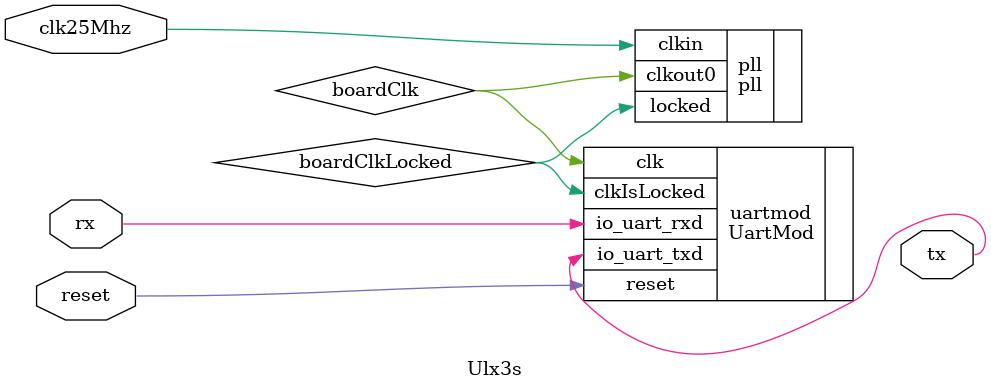
<source format=v>
module Ulx3s (reset,
              clk25Mhz,
              tx,
              rx);

    // Input ports
    input reset;
    input clk25Mhz;
    input rx;

    // Output ports
    output tx;

    // Clock generation
    wire boardClk;
    wire boardClkLocked;

    // Instantiate a PLL to make a 10Mhz clock
    pll pll (.clkin     (clk25Mhz),
             .clkout0   (boardClk),
             .locked    (boardClkLocked));

    // Instantiate the blinky module generated by Spinal
    UartMod uartmod (.io_uart_txd        (tx),
                     .io_uart_rxd        (rx),
                     .clkIsLocked        (boardClkLocked),
                     .clk                (boardClk),
                     .reset              (reset));


endmodule

</source>
